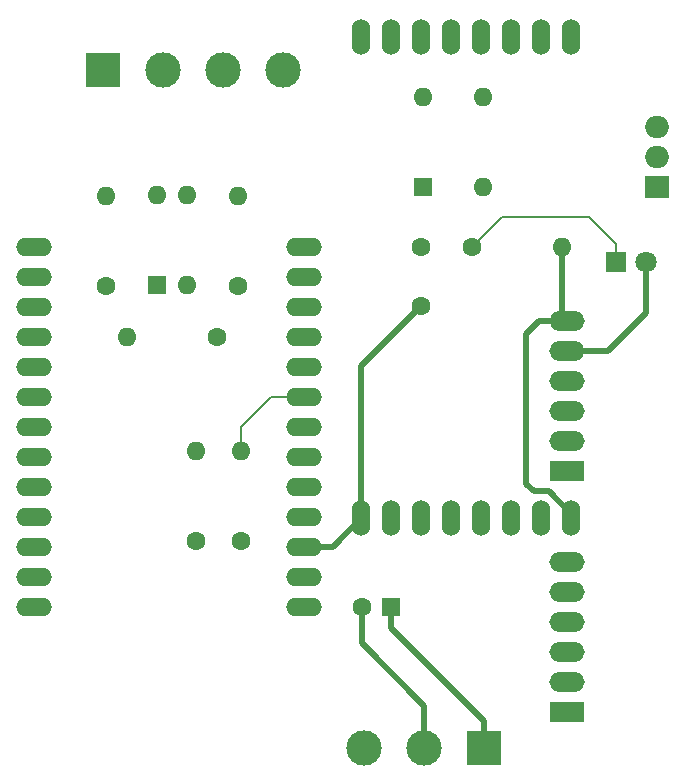
<source format=gbl>
G04 #@! TF.GenerationSoftware,KiCad,Pcbnew,5.99.0-unknown-9f841da98e~134~ubuntu20.04.1*
G04 #@! TF.CreationDate,2021-11-20T10:06:44+01:00*
G04 #@! TF.ProjectId,master-wt32,6d617374-6572-42d7-9774-33322e6b6963,rev?*
G04 #@! TF.SameCoordinates,PX3a22d00PY8062360*
G04 #@! TF.FileFunction,Copper,L2,Bot*
G04 #@! TF.FilePolarity,Positive*
%FSLAX46Y46*%
G04 Gerber Fmt 4.6, Leading zero omitted, Abs format (unit mm)*
G04 Created by KiCad (PCBNEW 5.99.0-unknown-9f841da98e~134~ubuntu20.04.1) date 2021-11-20 10:06:44*
%MOMM*%
%LPD*%
G01*
G04 APERTURE LIST*
G04 #@! TA.AperFunction,ComponentPad*
%ADD10O,3.048000X1.524000*%
G04 #@! TD*
G04 #@! TA.AperFunction,ComponentPad*
%ADD11R,3.000000X1.700000*%
G04 #@! TD*
G04 #@! TA.AperFunction,ComponentPad*
%ADD12O,3.000000X1.700000*%
G04 #@! TD*
G04 #@! TA.AperFunction,ComponentPad*
%ADD13R,3.000000X3.000000*%
G04 #@! TD*
G04 #@! TA.AperFunction,ComponentPad*
%ADD14C,3.000000*%
G04 #@! TD*
G04 #@! TA.AperFunction,ComponentPad*
%ADD15C,1.600000*%
G04 #@! TD*
G04 #@! TA.AperFunction,ComponentPad*
%ADD16O,1.600000X1.600000*%
G04 #@! TD*
G04 #@! TA.AperFunction,ComponentPad*
%ADD17R,1.600000X1.600000*%
G04 #@! TD*
G04 #@! TA.AperFunction,ComponentPad*
%ADD18R,1.800000X1.800000*%
G04 #@! TD*
G04 #@! TA.AperFunction,ComponentPad*
%ADD19C,1.800000*%
G04 #@! TD*
G04 #@! TA.AperFunction,ComponentPad*
%ADD20O,1.524000X3.048000*%
G04 #@! TD*
G04 #@! TA.AperFunction,ComponentPad*
%ADD21R,2.000000X1.905000*%
G04 #@! TD*
G04 #@! TA.AperFunction,ComponentPad*
%ADD22O,2.000000X1.905000*%
G04 #@! TD*
G04 #@! TA.AperFunction,Conductor*
%ADD23C,0.500000*%
G04 #@! TD*
G04 #@! TA.AperFunction,Conductor*
%ADD24C,0.200000*%
G04 #@! TD*
G04 APERTURE END LIST*
D10*
X94234000Y-77470000D03*
X94234000Y-80010000D03*
X94234000Y-82550000D03*
X94234000Y-85090000D03*
X94234000Y-87630000D03*
X94234000Y-90170000D03*
X94234000Y-92710000D03*
X94234000Y-95250000D03*
X94234000Y-97790000D03*
X94234000Y-100330000D03*
X94234000Y-102870000D03*
X94234000Y-105410000D03*
X94234000Y-107950000D03*
X71374000Y-107950000D03*
X71374000Y-105410000D03*
X71374000Y-102870000D03*
X71374000Y-100330000D03*
X71374000Y-97790000D03*
X71374000Y-95250000D03*
X71374000Y-92710000D03*
X71374000Y-90170000D03*
X71374000Y-87630000D03*
X71374000Y-85090000D03*
X71374000Y-82550000D03*
X71374000Y-80010000D03*
X71374000Y-77470000D03*
D11*
X116483200Y-96495000D03*
D12*
X116483200Y-93955000D03*
X116483200Y-91415000D03*
X116483200Y-88875000D03*
X116483200Y-86335000D03*
X116483200Y-83795000D03*
D13*
X109474000Y-119888000D03*
D14*
X104394000Y-119888000D03*
X99314000Y-119888000D03*
D15*
X85090000Y-102362000D03*
D16*
X85090000Y-94742000D03*
D13*
X77216000Y-62484000D03*
D14*
X82296000Y-62484000D03*
X87376000Y-62484000D03*
X92456000Y-62484000D03*
D15*
X77470000Y-80772000D03*
D16*
X77470000Y-73152000D03*
D15*
X88900000Y-102362000D03*
D16*
X88900000Y-94742000D03*
D17*
X81783000Y-80762000D03*
D16*
X84323000Y-80762000D03*
X84323000Y-73142000D03*
X81783000Y-73142000D03*
D15*
X88646000Y-80772000D03*
D16*
X88646000Y-73152000D03*
D15*
X86868000Y-85090000D03*
D16*
X79248000Y-85090000D03*
D18*
X120650000Y-78740000D03*
D19*
X123190000Y-78740000D03*
D20*
X114300000Y-100457000D03*
X106680000Y-100457000D03*
X109220000Y-100457000D03*
X104140000Y-100457000D03*
X111760000Y-100457000D03*
X104140000Y-59690000D03*
X114300000Y-59690000D03*
X109220000Y-59690000D03*
X101600000Y-59690000D03*
X106680000Y-59690000D03*
X111760000Y-59690000D03*
X101600000Y-100457000D03*
X116840000Y-59690000D03*
X99060000Y-59690000D03*
X99060000Y-100457000D03*
X116840000Y-100457000D03*
D17*
X104282500Y-72390000D03*
D16*
X109362500Y-72390000D03*
X109362500Y-64770000D03*
X104282500Y-64770000D03*
D17*
X101600000Y-107950000D03*
D15*
X99100000Y-107950000D03*
D11*
X116483200Y-116875000D03*
D12*
X116483200Y-114335000D03*
X116483200Y-111795000D03*
X116483200Y-109255000D03*
X116483200Y-106715000D03*
X116483200Y-104175000D03*
D15*
X108458000Y-77470000D03*
D16*
X116078000Y-77470000D03*
D15*
X104140000Y-77470000D03*
X104140000Y-82470000D03*
D21*
X124135000Y-72390000D03*
D22*
X124135000Y-69850000D03*
X124135000Y-67310000D03*
D23*
X113677000Y-98183500D02*
X114926000Y-98183500D01*
X116483000Y-83795000D02*
X115277000Y-83795000D01*
X116078000Y-82994000D02*
X116078000Y-77470000D01*
X113030000Y-84836000D02*
X113030000Y-97536000D01*
X115277000Y-83795000D02*
X114071000Y-83795000D01*
X116840000Y-100097000D02*
X116840000Y-100457000D01*
X114926000Y-98183500D02*
X116840000Y-100097000D01*
X115277000Y-83795000D02*
X116078000Y-82994000D01*
X113030000Y-97536000D02*
X113677000Y-98183500D01*
X114071000Y-83795000D02*
X113030000Y-84836000D01*
X116483200Y-83795000D02*
X116483000Y-83795000D01*
X123190000Y-83058000D02*
X119913000Y-86335000D01*
X99100000Y-111038000D02*
X99100000Y-107950000D01*
X119913000Y-86335000D02*
X116483200Y-86335000D01*
X99060000Y-87550000D02*
X99060000Y-100457000D01*
X104140000Y-82470000D02*
X99060000Y-87550000D01*
X94234000Y-102870000D02*
X96647000Y-102870000D01*
X116483200Y-86335000D02*
X116483000Y-86335000D01*
X104394000Y-119888000D02*
X104394000Y-116332000D01*
X123190000Y-78740000D02*
X123190000Y-83058000D01*
X96647000Y-102870000D02*
X99060000Y-100457000D01*
X104394000Y-116332000D02*
X99100000Y-111038000D01*
X109474000Y-117638000D02*
X101600000Y-109764000D01*
X109474000Y-119888000D02*
X109474000Y-117638000D01*
X101600000Y-109764000D02*
X101600000Y-107950000D01*
D24*
X94234000Y-90170000D02*
X91440000Y-90170000D01*
X91440000Y-90170000D02*
X88900000Y-92710000D01*
X88900000Y-92710000D02*
X88900000Y-94742000D01*
X110998000Y-74930000D02*
X118364000Y-74930000D01*
X108458000Y-77470000D02*
X110998000Y-74930000D01*
X120650000Y-77216000D02*
X120650000Y-78740000D01*
X118364000Y-74930000D02*
X120650000Y-77216000D01*
M02*

</source>
